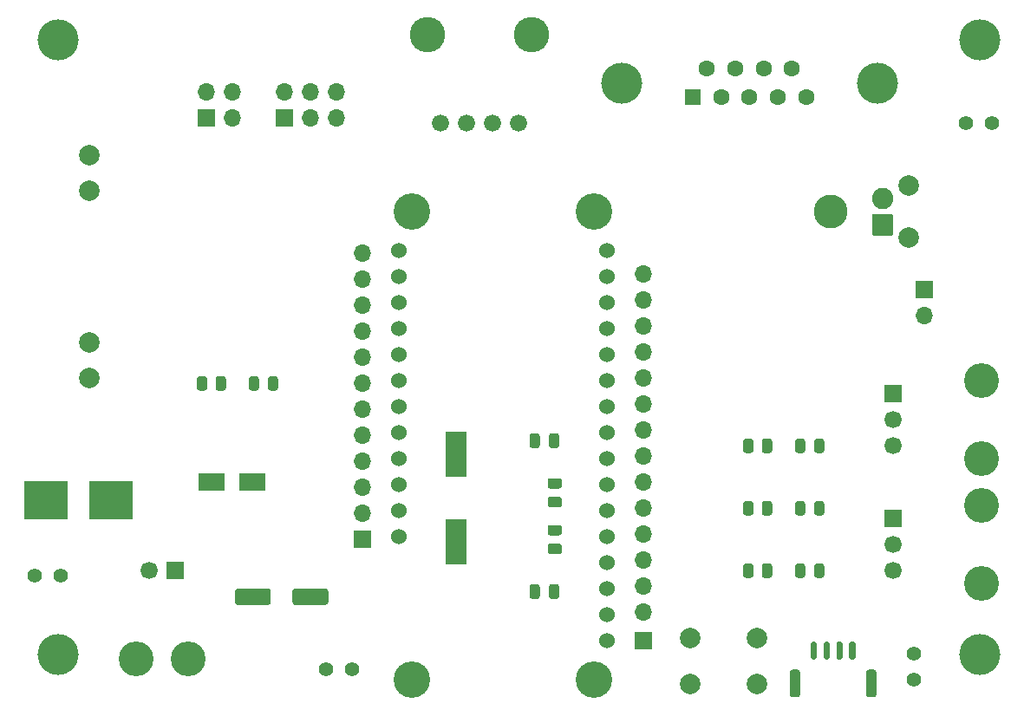
<source format=gts>
G04 #@! TF.GenerationSoftware,KiCad,Pcbnew,(5.1.9-0-10_14)*
G04 #@! TF.CreationDate,2022-08-09T16:59:01-07:00*
G04 #@! TF.ProjectId,telemetry-pcb,74656c65-6d65-4747-9279-2d7063622e6b,rev?*
G04 #@! TF.SameCoordinates,Original*
G04 #@! TF.FileFunction,Soldermask,Top*
G04 #@! TF.FilePolarity,Negative*
%FSLAX46Y46*%
G04 Gerber Fmt 4.6, Leading zero omitted, Abs format (unit mm)*
G04 Created by KiCad (PCBNEW (5.1.9-0-10_14)) date 2022-08-09 16:59:01*
%MOMM*%
%LPD*%
G01*
G04 APERTURE LIST*
%ADD10C,2.000000*%
%ADD11C,4.000000*%
%ADD12C,1.600000*%
%ADD13R,1.600000X1.600000*%
%ADD14R,2.500000X1.800000*%
%ADD15C,3.400000*%
%ADD16C,1.690000*%
%ADD17R,1.690000X1.690000*%
%ADD18C,3.454400*%
%ADD19C,1.676400*%
%ADD20C,3.556000*%
%ADD21C,1.524000*%
%ADD22R,1.700000X1.700000*%
%ADD23O,1.700000X1.700000*%
%ADD24C,1.400000*%
%ADD25R,4.241800X3.810000*%
%ADD26C,3.300000*%
%ADD27C,2.082800*%
%ADD28R,2.000000X4.500000*%
G04 APERTURE END LIST*
D10*
X98069400Y-92999500D03*
X98069400Y-89499500D03*
X98069400Y-74711500D03*
X98069400Y-71211500D03*
D11*
X95000000Y-60000000D03*
X150037400Y-64175500D03*
X175037400Y-64175500D03*
D12*
X166692400Y-62755500D03*
X163922400Y-62755500D03*
X161152400Y-62755500D03*
X158382400Y-62755500D03*
X168077400Y-65595500D03*
X165307400Y-65595500D03*
X162537400Y-65595500D03*
X159767400Y-65595500D03*
D13*
X156997400Y-65595500D03*
D14*
X110039400Y-103187500D03*
X114039400Y-103187500D03*
D15*
X107721400Y-120464500D03*
X102641400Y-120464500D03*
D16*
X103911400Y-111824500D03*
D17*
X106451400Y-111824500D03*
D18*
X141249400Y-59495499D03*
X131089400Y-59495499D03*
D19*
X139979400Y-68135500D03*
X137439400Y-68135500D03*
X134899400Y-68135500D03*
X132359400Y-68135500D03*
G36*
G01*
X173938400Y-123925500D02*
X173938400Y-121725500D01*
G75*
G02*
X174188400Y-121475500I250000J0D01*
G01*
X174688400Y-121475500D01*
G75*
G02*
X174938400Y-121725500I0J-250000D01*
G01*
X174938400Y-123925500D01*
G75*
G02*
X174688400Y-124175500I-250000J0D01*
G01*
X174188400Y-124175500D01*
G75*
G02*
X173938400Y-123925500I0J250000D01*
G01*
G37*
G36*
G01*
X166488400Y-123925500D02*
X166488400Y-121725500D01*
G75*
G02*
X166738400Y-121475500I250000J0D01*
G01*
X167238400Y-121475500D01*
G75*
G02*
X167488400Y-121725500I0J-250000D01*
G01*
X167488400Y-123925500D01*
G75*
G02*
X167238400Y-124175500I-250000J0D01*
G01*
X166738400Y-124175500D01*
G75*
G02*
X166488400Y-123925500I0J250000D01*
G01*
G37*
G36*
G01*
X172288400Y-120325500D02*
X172288400Y-118925500D01*
G75*
G02*
X172438400Y-118775500I150000J0D01*
G01*
X172738400Y-118775500D01*
G75*
G02*
X172888400Y-118925500I0J-150000D01*
G01*
X172888400Y-120325500D01*
G75*
G02*
X172738400Y-120475500I-150000J0D01*
G01*
X172438400Y-120475500D01*
G75*
G02*
X172288400Y-120325500I0J150000D01*
G01*
G37*
G36*
G01*
X171038400Y-120325500D02*
X171038400Y-118925500D01*
G75*
G02*
X171188400Y-118775500I150000J0D01*
G01*
X171488400Y-118775500D01*
G75*
G02*
X171638400Y-118925500I0J-150000D01*
G01*
X171638400Y-120325500D01*
G75*
G02*
X171488400Y-120475500I-150000J0D01*
G01*
X171188400Y-120475500D01*
G75*
G02*
X171038400Y-120325500I0J150000D01*
G01*
G37*
G36*
G01*
X169788400Y-120325500D02*
X169788400Y-118925500D01*
G75*
G02*
X169938400Y-118775500I150000J0D01*
G01*
X170238400Y-118775500D01*
G75*
G02*
X170388400Y-118925500I0J-150000D01*
G01*
X170388400Y-120325500D01*
G75*
G02*
X170238400Y-120475500I-150000J0D01*
G01*
X169938400Y-120475500D01*
G75*
G02*
X169788400Y-120325500I0J150000D01*
G01*
G37*
G36*
G01*
X168538400Y-120325500D02*
X168538400Y-118925500D01*
G75*
G02*
X168688400Y-118775500I150000J0D01*
G01*
X168988400Y-118775500D01*
G75*
G02*
X169138400Y-118925500I0J-150000D01*
G01*
X169138400Y-120325500D01*
G75*
G02*
X168988400Y-120475500I-150000J0D01*
G01*
X168688400Y-120475500D01*
G75*
G02*
X168538400Y-120325500I0J150000D01*
G01*
G37*
G36*
G01*
X115815400Y-113813500D02*
X115815400Y-114913500D01*
G75*
G02*
X115565400Y-115163500I-250000J0D01*
G01*
X112565400Y-115163500D01*
G75*
G02*
X112315400Y-114913500I0J250000D01*
G01*
X112315400Y-113813500D01*
G75*
G02*
X112565400Y-113563500I250000J0D01*
G01*
X115565400Y-113563500D01*
G75*
G02*
X115815400Y-113813500I0J-250000D01*
G01*
G37*
G36*
G01*
X121415400Y-113813500D02*
X121415400Y-114913500D01*
G75*
G02*
X121165400Y-115163500I-250000J0D01*
G01*
X118165400Y-115163500D01*
G75*
G02*
X117915400Y-114913500I0J250000D01*
G01*
X117915400Y-113813500D01*
G75*
G02*
X118165400Y-113563500I250000J0D01*
G01*
X121165400Y-113563500D01*
G75*
G02*
X121415400Y-113813500I0J-250000D01*
G01*
G37*
D15*
X185196400Y-105473500D03*
X185196400Y-113093500D03*
D16*
X176556400Y-111823500D03*
X176556400Y-109283500D03*
D17*
X176556400Y-106743500D03*
D15*
X185196400Y-93281500D03*
X185196400Y-100901500D03*
D16*
X176556400Y-99631500D03*
X176556400Y-97091500D03*
D17*
X176556400Y-94551500D03*
D20*
X129565400Y-122491500D03*
X129565400Y-76771500D03*
X147345400Y-122491500D03*
X147345400Y-76771500D03*
D21*
X148615400Y-118681500D03*
X148615400Y-116141500D03*
X148615400Y-113601500D03*
X148615400Y-111061500D03*
X148615400Y-108521500D03*
X148615400Y-105981500D03*
X148615400Y-103441500D03*
X148615400Y-100901500D03*
X148615400Y-98361500D03*
X148615400Y-95821500D03*
X148615400Y-93281500D03*
X148615400Y-90741500D03*
X148615400Y-88201500D03*
X148615400Y-85661500D03*
X148615400Y-83121500D03*
X148615400Y-80581500D03*
X128295400Y-80581500D03*
X128295400Y-83121500D03*
X128295400Y-85661500D03*
X128295400Y-88201500D03*
X128295400Y-90741500D03*
X128295400Y-93281500D03*
X128295400Y-95821500D03*
X128295400Y-98361500D03*
X128295400Y-100901500D03*
X128295400Y-103441500D03*
X128295400Y-105981500D03*
X128295400Y-108521500D03*
D22*
X117119400Y-67627500D03*
D23*
X117119400Y-65087500D03*
X119659400Y-67627500D03*
X119659400Y-65087500D03*
X122199400Y-67627500D03*
X122199400Y-65087500D03*
D24*
X95275400Y-112331500D03*
X92735400Y-112331500D03*
D23*
X179603400Y-86931500D03*
D22*
X179603400Y-84391500D03*
D25*
X100241100Y-104965500D03*
X93865700Y-104965500D03*
D22*
X124739400Y-108775500D03*
D23*
X124739400Y-106235500D03*
X124739400Y-103695500D03*
X124739400Y-101155500D03*
X124739400Y-98615500D03*
X124739400Y-96075500D03*
X124739400Y-93535500D03*
X124739400Y-90995500D03*
X124739400Y-88455500D03*
X124739400Y-85915500D03*
X124739400Y-83375500D03*
X124739400Y-80835500D03*
D22*
X152171400Y-118645500D03*
D23*
X152171400Y-115887500D03*
X152171400Y-113347500D03*
X152171400Y-110807500D03*
X152171400Y-108267500D03*
X152171400Y-105727500D03*
X152171400Y-103187500D03*
X152171400Y-100647500D03*
X152171400Y-98107500D03*
X152171400Y-95567500D03*
X152171400Y-93027500D03*
X152171400Y-90487500D03*
X152171400Y-87947500D03*
X152171400Y-85407500D03*
X152171400Y-82867500D03*
D10*
X178079400Y-79301500D03*
X178079400Y-74221500D03*
D26*
X170459400Y-76761500D03*
D27*
X175539400Y-75501500D03*
G36*
G01*
X174599600Y-77000100D02*
X176479200Y-77000100D01*
G75*
G02*
X176580800Y-77101700I0J-101600D01*
G01*
X176580800Y-78981300D01*
G75*
G02*
X176479200Y-79082900I-101600J0D01*
G01*
X174599600Y-79082900D01*
G75*
G02*
X174498000Y-78981300I0J101600D01*
G01*
X174498000Y-77101700D01*
G75*
G02*
X174599600Y-77000100I101600J0D01*
G01*
G37*
D23*
X112039400Y-65087500D03*
X112039400Y-67627500D03*
X109499400Y-65087500D03*
D22*
X109499400Y-67627500D03*
D24*
X178587400Y-119951500D03*
X178587400Y-122491500D03*
X121183400Y-121475500D03*
X123723400Y-121475500D03*
X183667400Y-68135500D03*
X186207400Y-68135500D03*
D10*
X163243400Y-118427500D03*
X163243400Y-122927500D03*
X156743400Y-118427500D03*
X156743400Y-122927500D03*
G36*
G01*
X143985401Y-103803500D02*
X143085399Y-103803500D01*
G75*
G02*
X142835400Y-103553501I0J249999D01*
G01*
X142835400Y-103028499D01*
G75*
G02*
X143085399Y-102778500I249999J0D01*
G01*
X143985401Y-102778500D01*
G75*
G02*
X144235400Y-103028499I0J-249999D01*
G01*
X144235400Y-103553501D01*
G75*
G02*
X143985401Y-103803500I-249999J0D01*
G01*
G37*
G36*
G01*
X143985401Y-105628500D02*
X143085399Y-105628500D01*
G75*
G02*
X142835400Y-105378501I0J249999D01*
G01*
X142835400Y-104853499D01*
G75*
G02*
X143085399Y-104603500I249999J0D01*
G01*
X143985401Y-104603500D01*
G75*
G02*
X144235400Y-104853499I0J-249999D01*
G01*
X144235400Y-105378501D01*
G75*
G02*
X143985401Y-105628500I-249999J0D01*
G01*
G37*
G36*
G01*
X110407400Y-93985501D02*
X110407400Y-93085499D01*
G75*
G02*
X110657399Y-92835500I249999J0D01*
G01*
X111182401Y-92835500D01*
G75*
G02*
X111432400Y-93085499I0J-249999D01*
G01*
X111432400Y-93985501D01*
G75*
G02*
X111182401Y-94235500I-249999J0D01*
G01*
X110657399Y-94235500D01*
G75*
G02*
X110407400Y-93985501I0J249999D01*
G01*
G37*
G36*
G01*
X108582400Y-93985501D02*
X108582400Y-93085499D01*
G75*
G02*
X108832399Y-92835500I249999J0D01*
G01*
X109357401Y-92835500D01*
G75*
G02*
X109607400Y-93085499I0J-249999D01*
G01*
X109607400Y-93985501D01*
G75*
G02*
X109357401Y-94235500I-249999J0D01*
G01*
X108832399Y-94235500D01*
G75*
G02*
X108582400Y-93985501I0J249999D01*
G01*
G37*
G36*
G01*
X143985401Y-108375500D02*
X143085399Y-108375500D01*
G75*
G02*
X142835400Y-108125501I0J249999D01*
G01*
X142835400Y-107600499D01*
G75*
G02*
X143085399Y-107350500I249999J0D01*
G01*
X143985401Y-107350500D01*
G75*
G02*
X144235400Y-107600499I0J-249999D01*
G01*
X144235400Y-108125501D01*
G75*
G02*
X143985401Y-108375500I-249999J0D01*
G01*
G37*
G36*
G01*
X143985401Y-110200500D02*
X143085399Y-110200500D01*
G75*
G02*
X142835400Y-109950501I0J249999D01*
G01*
X142835400Y-109425499D01*
G75*
G02*
X143085399Y-109175500I249999J0D01*
G01*
X143985401Y-109175500D01*
G75*
G02*
X144235400Y-109425499I0J-249999D01*
G01*
X144235400Y-109950501D01*
G75*
G02*
X143985401Y-110200500I-249999J0D01*
G01*
G37*
D11*
X185000000Y-120000000D03*
X185000000Y-60000000D03*
X95000000Y-120000000D03*
G36*
G01*
X116512400Y-93079250D02*
X116512400Y-93991750D01*
G75*
G02*
X116268650Y-94235500I-243750J0D01*
G01*
X115781150Y-94235500D01*
G75*
G02*
X115537400Y-93991750I0J243750D01*
G01*
X115537400Y-93079250D01*
G75*
G02*
X115781150Y-92835500I243750J0D01*
G01*
X116268650Y-92835500D01*
G75*
G02*
X116512400Y-93079250I0J-243750D01*
G01*
G37*
G36*
G01*
X114637400Y-93079250D02*
X114637400Y-93991750D01*
G75*
G02*
X114393650Y-94235500I-243750J0D01*
G01*
X113906150Y-94235500D01*
G75*
G02*
X113662400Y-93991750I0J243750D01*
G01*
X113662400Y-93079250D01*
G75*
G02*
X113906150Y-92835500I243750J0D01*
G01*
X114393650Y-92835500D01*
G75*
G02*
X114637400Y-93079250I0J-243750D01*
G01*
G37*
D28*
X133883400Y-100461500D03*
X133883400Y-108961500D03*
G36*
G01*
X162947400Y-99181499D02*
X162947400Y-100081501D01*
G75*
G02*
X162697401Y-100331500I-249999J0D01*
G01*
X162172399Y-100331500D01*
G75*
G02*
X161922400Y-100081501I0J249999D01*
G01*
X161922400Y-99181499D01*
G75*
G02*
X162172399Y-98931500I249999J0D01*
G01*
X162697401Y-98931500D01*
G75*
G02*
X162947400Y-99181499I0J-249999D01*
G01*
G37*
G36*
G01*
X164772400Y-99181499D02*
X164772400Y-100081501D01*
G75*
G02*
X164522401Y-100331500I-249999J0D01*
G01*
X163997399Y-100331500D01*
G75*
G02*
X163747400Y-100081501I0J249999D01*
G01*
X163747400Y-99181499D01*
G75*
G02*
X163997399Y-98931500I249999J0D01*
G01*
X164522401Y-98931500D01*
G75*
G02*
X164772400Y-99181499I0J-249999D01*
G01*
G37*
G36*
G01*
X163747400Y-106177501D02*
X163747400Y-105277499D01*
G75*
G02*
X163997399Y-105027500I249999J0D01*
G01*
X164522401Y-105027500D01*
G75*
G02*
X164772400Y-105277499I0J-249999D01*
G01*
X164772400Y-106177501D01*
G75*
G02*
X164522401Y-106427500I-249999J0D01*
G01*
X163997399Y-106427500D01*
G75*
G02*
X163747400Y-106177501I0J249999D01*
G01*
G37*
G36*
G01*
X161922400Y-106177501D02*
X161922400Y-105277499D01*
G75*
G02*
X162172399Y-105027500I249999J0D01*
G01*
X162697401Y-105027500D01*
G75*
G02*
X162947400Y-105277499I0J-249999D01*
G01*
X162947400Y-106177501D01*
G75*
G02*
X162697401Y-106427500I-249999J0D01*
G01*
X162172399Y-106427500D01*
G75*
G02*
X161922400Y-106177501I0J249999D01*
G01*
G37*
G36*
G01*
X163747400Y-112273501D02*
X163747400Y-111373499D01*
G75*
G02*
X163997399Y-111123500I249999J0D01*
G01*
X164522401Y-111123500D01*
G75*
G02*
X164772400Y-111373499I0J-249999D01*
G01*
X164772400Y-112273501D01*
G75*
G02*
X164522401Y-112523500I-249999J0D01*
G01*
X163997399Y-112523500D01*
G75*
G02*
X163747400Y-112273501I0J249999D01*
G01*
G37*
G36*
G01*
X161922400Y-112273501D02*
X161922400Y-111373499D01*
G75*
G02*
X162172399Y-111123500I249999J0D01*
G01*
X162697401Y-111123500D01*
G75*
G02*
X162947400Y-111373499I0J-249999D01*
G01*
X162947400Y-112273501D01*
G75*
G02*
X162697401Y-112523500I-249999J0D01*
G01*
X162172399Y-112523500D01*
G75*
G02*
X161922400Y-112273501I0J249999D01*
G01*
G37*
G36*
G01*
X167977400Y-99175250D02*
X167977400Y-100087750D01*
G75*
G02*
X167733650Y-100331500I-243750J0D01*
G01*
X167246150Y-100331500D01*
G75*
G02*
X167002400Y-100087750I0J243750D01*
G01*
X167002400Y-99175250D01*
G75*
G02*
X167246150Y-98931500I243750J0D01*
G01*
X167733650Y-98931500D01*
G75*
G02*
X167977400Y-99175250I0J-243750D01*
G01*
G37*
G36*
G01*
X169852400Y-99175250D02*
X169852400Y-100087750D01*
G75*
G02*
X169608650Y-100331500I-243750J0D01*
G01*
X169121150Y-100331500D01*
G75*
G02*
X168877400Y-100087750I0J243750D01*
G01*
X168877400Y-99175250D01*
G75*
G02*
X169121150Y-98931500I243750J0D01*
G01*
X169608650Y-98931500D01*
G75*
G02*
X169852400Y-99175250I0J-243750D01*
G01*
G37*
G36*
G01*
X167977400Y-105271250D02*
X167977400Y-106183750D01*
G75*
G02*
X167733650Y-106427500I-243750J0D01*
G01*
X167246150Y-106427500D01*
G75*
G02*
X167002400Y-106183750I0J243750D01*
G01*
X167002400Y-105271250D01*
G75*
G02*
X167246150Y-105027500I243750J0D01*
G01*
X167733650Y-105027500D01*
G75*
G02*
X167977400Y-105271250I0J-243750D01*
G01*
G37*
G36*
G01*
X169852400Y-105271250D02*
X169852400Y-106183750D01*
G75*
G02*
X169608650Y-106427500I-243750J0D01*
G01*
X169121150Y-106427500D01*
G75*
G02*
X168877400Y-106183750I0J243750D01*
G01*
X168877400Y-105271250D01*
G75*
G02*
X169121150Y-105027500I243750J0D01*
G01*
X169608650Y-105027500D01*
G75*
G02*
X169852400Y-105271250I0J-243750D01*
G01*
G37*
G36*
G01*
X167977400Y-111367250D02*
X167977400Y-112279750D01*
G75*
G02*
X167733650Y-112523500I-243750J0D01*
G01*
X167246150Y-112523500D01*
G75*
G02*
X167002400Y-112279750I0J243750D01*
G01*
X167002400Y-111367250D01*
G75*
G02*
X167246150Y-111123500I243750J0D01*
G01*
X167733650Y-111123500D01*
G75*
G02*
X167977400Y-111367250I0J-243750D01*
G01*
G37*
G36*
G01*
X169852400Y-111367250D02*
X169852400Y-112279750D01*
G75*
G02*
X169608650Y-112523500I-243750J0D01*
G01*
X169121150Y-112523500D01*
G75*
G02*
X168877400Y-112279750I0J243750D01*
G01*
X168877400Y-111367250D01*
G75*
G02*
X169121150Y-111123500I243750J0D01*
G01*
X169608650Y-111123500D01*
G75*
G02*
X169852400Y-111367250I0J-243750D01*
G01*
G37*
G36*
G01*
X142969400Y-99598500D02*
X142969400Y-98648500D01*
G75*
G02*
X143219400Y-98398500I250000J0D01*
G01*
X143719400Y-98398500D01*
G75*
G02*
X143969400Y-98648500I0J-250000D01*
G01*
X143969400Y-99598500D01*
G75*
G02*
X143719400Y-99848500I-250000J0D01*
G01*
X143219400Y-99848500D01*
G75*
G02*
X142969400Y-99598500I0J250000D01*
G01*
G37*
G36*
G01*
X141069400Y-99598500D02*
X141069400Y-98648500D01*
G75*
G02*
X141319400Y-98398500I250000J0D01*
G01*
X141819400Y-98398500D01*
G75*
G02*
X142069400Y-98648500I0J-250000D01*
G01*
X142069400Y-99598500D01*
G75*
G02*
X141819400Y-99848500I-250000J0D01*
G01*
X141319400Y-99848500D01*
G75*
G02*
X141069400Y-99598500I0J250000D01*
G01*
G37*
G36*
G01*
X142969400Y-114330500D02*
X142969400Y-113380500D01*
G75*
G02*
X143219400Y-113130500I250000J0D01*
G01*
X143719400Y-113130500D01*
G75*
G02*
X143969400Y-113380500I0J-250000D01*
G01*
X143969400Y-114330500D01*
G75*
G02*
X143719400Y-114580500I-250000J0D01*
G01*
X143219400Y-114580500D01*
G75*
G02*
X142969400Y-114330500I0J250000D01*
G01*
G37*
G36*
G01*
X141069400Y-114330500D02*
X141069400Y-113380500D01*
G75*
G02*
X141319400Y-113130500I250000J0D01*
G01*
X141819400Y-113130500D01*
G75*
G02*
X142069400Y-113380500I0J-250000D01*
G01*
X142069400Y-114330500D01*
G75*
G02*
X141819400Y-114580500I-250000J0D01*
G01*
X141319400Y-114580500D01*
G75*
G02*
X141069400Y-114330500I0J250000D01*
G01*
G37*
M02*

</source>
